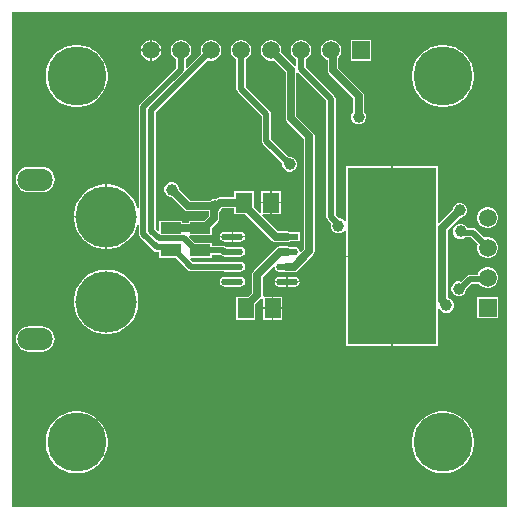
<source format=gbr>
%TF.GenerationSoftware,Altium Limited,Altium Designer,22.8.2 (66)*%
G04 Layer_Physical_Order=2*
G04 Layer_Color=16711680*
%FSLAX45Y45*%
%MOMM*%
%TF.SameCoordinates,C69CFF7D-580E-4D1C-BBFF-10AAE48A081B*%
%TF.FilePolarity,Positive*%
%TF.FileFunction,Copper,L2,Bot,Signal*%
%TF.Part,Single*%
G01*
G75*
%TA.AperFunction,SMDPad,CuDef*%
%ADD17R,1.40000X1.70000*%
%ADD19R,1.70000X1.00000*%
%TA.AperFunction,Conductor*%
%ADD20C,0.50800*%
%ADD21C,0.63500*%
%TA.AperFunction,ComponentPad*%
%ADD28C,1.50000*%
%ADD29R,1.50000X1.50000*%
%ADD30O,3.00000X1.90000*%
%ADD31C,5.20000*%
%TA.AperFunction,ViaPad*%
%ADD32C,5.00000*%
%TA.AperFunction,ComponentPad*%
%ADD33R,1.50000X1.50000*%
%TA.AperFunction,ViaPad*%
%ADD34C,1.00000*%
%ADD35C,0.60000*%
%TA.AperFunction,SMDPad,CuDef*%
%ADD36R,7.50000X15.00000*%
%ADD37R,1.87407X0.54213*%
G04:AMPARAMS|DCode=38|XSize=1.87407mm|YSize=0.54213mm|CornerRadius=0.27107mm|HoleSize=0mm|Usage=FLASHONLY|Rotation=180.000|XOffset=0mm|YOffset=0mm|HoleType=Round|Shape=RoundedRectangle|*
%AMROUNDEDRECTD38*
21,1,1.87407,0.00000,0,0,180.0*
21,1,1.33193,0.54213,0,0,180.0*
1,1,0.54213,-0.66597,0.00000*
1,1,0.54213,0.66597,0.00000*
1,1,0.54213,0.66597,0.00000*
1,1,0.54213,-0.66597,0.00000*
%
%ADD38ROUNDEDRECTD38*%
G36*
X2094609Y-2094609D02*
X-2094609D01*
Y2094609D01*
X2094609D01*
Y-2094609D01*
D02*
G37*
%LPC*%
G36*
X-909454Y1857700D02*
X-914650D01*
Y1776350D01*
X-833300D01*
Y1781546D01*
X-839277Y1803851D01*
X-850823Y1823849D01*
X-867151Y1840177D01*
X-887149Y1851723D01*
X-909454Y1857700D01*
D02*
G37*
G36*
X-927350D02*
X-932546D01*
X-954851Y1851723D01*
X-974849Y1840177D01*
X-991177Y1823849D01*
X-1002723Y1803851D01*
X-1008700Y1781546D01*
Y1776350D01*
X-927350D01*
Y1857700D01*
D02*
G37*
G36*
X944700D02*
X769300D01*
Y1682300D01*
X944700D01*
Y1857700D01*
D02*
G37*
G36*
X-833300Y1763650D02*
X-914650D01*
Y1682300D01*
X-909454D01*
X-887149Y1688277D01*
X-867151Y1699823D01*
X-850823Y1716151D01*
X-839277Y1736149D01*
X-833300Y1758454D01*
Y1763650D01*
D02*
G37*
G36*
X-927350D02*
X-1008700D01*
Y1758454D01*
X-1002723Y1736149D01*
X-991177Y1716151D01*
X-974849Y1699823D01*
X-954851Y1688277D01*
X-932546Y1682300D01*
X-927350D01*
Y1763650D01*
D02*
G37*
G36*
X360546Y1857700D02*
X337454D01*
X315149Y1851723D01*
X295151Y1840177D01*
X278823Y1823849D01*
X267277Y1803851D01*
X261300Y1781546D01*
Y1758454D01*
X267277Y1736149D01*
X278823Y1716151D01*
X295151Y1699823D01*
X310154Y1691161D01*
Y1635290D01*
X297454Y1631438D01*
X297047Y1632047D01*
X297046Y1632047D01*
X180151Y1748942D01*
X182700Y1758454D01*
Y1781546D01*
X176723Y1803851D01*
X165177Y1823849D01*
X148849Y1840177D01*
X128851Y1851723D01*
X106546Y1857700D01*
X83454D01*
X61149Y1851723D01*
X41151Y1840177D01*
X24823Y1823849D01*
X13277Y1803851D01*
X7300Y1781546D01*
Y1758454D01*
X13277Y1736149D01*
X24823Y1716151D01*
X41151Y1699823D01*
X61149Y1688277D01*
X83454Y1682300D01*
X106546D01*
X116058Y1684849D01*
X219679Y1581228D01*
Y1195000D01*
X223129Y1177656D01*
X232953Y1162953D01*
X374679Y1021227D01*
Y86356D01*
X350930Y62607D01*
X349170Y62736D01*
X337972Y67609D01*
X335700Y79032D01*
X326902Y92199D01*
X313735Y100997D01*
X298203Y104086D01*
X250872D01*
X248950Y105371D01*
X231607Y108821D01*
X174297D01*
X156953Y105371D01*
X150801Y101260D01*
X149478Y100997D01*
X136311Y92199D01*
X131093Y84389D01*
X-52047Y-98750D01*
X-61871Y-113453D01*
X-65321Y-130797D01*
Y-281928D01*
X-100693Y-317300D01*
X-202000D01*
Y-512700D01*
X-36600D01*
Y-381393D01*
X12046Y-332747D01*
X12047Y-332747D01*
X13900Y-329973D01*
X26600Y-333825D01*
Y-408650D01*
X102950D01*
Y-317300D01*
X34968D01*
X24361Y-305528D01*
X25321Y-300700D01*
X25321Y-300699D01*
Y-149569D01*
X112283Y-62607D01*
X114043Y-62736D01*
X125241Y-67609D01*
X127513Y-79032D01*
X136311Y-92199D01*
X149478Y-100997D01*
X165010Y-104086D01*
X212341D01*
X214263Y-105371D01*
X231607Y-108821D01*
X288917D01*
X306260Y-105371D01*
X312413Y-101260D01*
X313735Y-100997D01*
X326902Y-92199D01*
X332120Y-84390D01*
X452046Y35536D01*
X452047Y35537D01*
X461871Y50240D01*
X465321Y67583D01*
X465321Y67585D01*
Y1040000D01*
X461871Y1057344D01*
X452047Y1072047D01*
X310321Y1213773D01*
Y1577450D01*
X316922Y1581031D01*
X323021Y1582042D01*
X564154Y1340909D01*
Y360314D01*
X567111Y345448D01*
X575531Y332845D01*
X604820Y303556D01*
X602300Y297472D01*
Y272528D01*
X611846Y249484D01*
X629484Y231846D01*
X652528Y222300D01*
X677472D01*
X700517Y231846D01*
X718155Y249484D01*
X719600Y252973D01*
X732300Y250447D01*
Y31350D01*
X1113650D01*
Y787700D01*
X732300D01*
Y319553D01*
X719600Y317027D01*
X718155Y320517D01*
X700517Y338155D01*
X677472Y347700D01*
X670551D01*
X641847Y376404D01*
Y1357000D01*
X638890Y1371866D01*
X630469Y1384469D01*
X387847Y1627091D01*
Y1691161D01*
X402849Y1699823D01*
X419177Y1716151D01*
X430723Y1736149D01*
X436700Y1758454D01*
Y1781546D01*
X430723Y1803851D01*
X419177Y1823849D01*
X402849Y1840177D01*
X382851Y1851723D01*
X360546Y1857700D01*
D02*
G37*
G36*
X-401454D02*
X-424546D01*
X-446851Y1851723D01*
X-466849Y1840177D01*
X-483177Y1823849D01*
X-494723Y1803851D01*
X-500700Y1781546D01*
Y1758454D01*
X-496216Y1741721D01*
X-616420Y1621517D01*
X-628153Y1626377D01*
Y1691161D01*
X-613151Y1699823D01*
X-596823Y1716151D01*
X-585277Y1736149D01*
X-579300Y1758454D01*
Y1781546D01*
X-585277Y1803851D01*
X-596823Y1823849D01*
X-613151Y1840177D01*
X-633149Y1851723D01*
X-655454Y1857700D01*
X-678546D01*
X-700851Y1851723D01*
X-720849Y1840177D01*
X-737177Y1823849D01*
X-748723Y1803851D01*
X-754700Y1781546D01*
Y1758454D01*
X-748723Y1736149D01*
X-737177Y1716151D01*
X-720849Y1699823D01*
X-705846Y1691161D01*
Y1621893D01*
X-1012469Y1315271D01*
X-1020890Y1302668D01*
X-1023847Y1287802D01*
Y433661D01*
X-1036547Y431649D01*
X-1047279Y464681D01*
X-1066766Y502926D01*
X-1091996Y537652D01*
X-1122348Y568004D01*
X-1157074Y593234D01*
X-1195320Y612721D01*
X-1236143Y625985D01*
X-1278538Y632700D01*
X-1293650D01*
Y360000D01*
Y87300D01*
X-1278538D01*
X-1236143Y94015D01*
X-1195320Y107279D01*
X-1157074Y126766D01*
X-1122348Y151996D01*
X-1091996Y182348D01*
X-1066766Y217074D01*
X-1047279Y255320D01*
X-1036547Y288351D01*
X-1023847Y286340D01*
Y216316D01*
X-1020890Y201450D01*
X-1012469Y188847D01*
X-895753Y72131D01*
X-883150Y63711D01*
X-868284Y60753D01*
X-852700D01*
Y12300D01*
X-712237D01*
X-608969Y-90969D01*
X-596366Y-99389D01*
X-581500Y-102347D01*
X-306950D01*
X-298203Y-104086D01*
X-165010D01*
X-149478Y-100997D01*
X-136311Y-92199D01*
X-127513Y-79032D01*
X-124424Y-63500D01*
X-127513Y-47968D01*
X-136311Y-34801D01*
X-149478Y-26003D01*
X-165010Y-22914D01*
X-298203D01*
X-306950Y-24653D01*
X-565410D01*
X-590630Y567D01*
X-585769Y12300D01*
X-407300D01*
Y36153D01*
X-327806D01*
X-326902Y34801D01*
X-313735Y26003D01*
X-298203Y22914D01*
X-165010D01*
X-149478Y26003D01*
X-136311Y34801D01*
X-127513Y47968D01*
X-124424Y63500D01*
X-127513Y79032D01*
X-136311Y92199D01*
X-149478Y100997D01*
X-165010Y104086D01*
X-285580D01*
X-295761Y110889D01*
X-310627Y113846D01*
X-407300D01*
Y137700D01*
X-547763D01*
X-599663Y189600D01*
X-594402Y202300D01*
X-594335Y202300D01*
X-407300D01*
Y263607D01*
X-354937Y315970D01*
X-345113Y330673D01*
X-341663Y348016D01*
X-341663Y348018D01*
Y399666D01*
X-326846Y414484D01*
X-318480Y434679D01*
X-217000D01*
Y382300D01*
X-121393D01*
X102453Y158453D01*
X117156Y148629D01*
X134500Y145179D01*
X231607D01*
X248950Y148629D01*
X252039Y150693D01*
X338010D01*
Y230307D01*
X252039D01*
X248950Y232371D01*
X231607Y235821D01*
X153273D01*
X19493Y369600D01*
X24754Y382300D01*
X87950D01*
Y473650D01*
X11600D01*
Y395454D01*
X-1100Y390193D01*
X-50729Y439823D01*
Y441749D01*
X-50729Y441750D01*
X-51600Y446130D01*
Y577700D01*
X-217000D01*
Y525321D01*
X-340122D01*
X-340123Y525321D01*
X-357467Y521871D01*
X-371192Y512700D01*
X-392472D01*
X-415517Y503154D01*
X-423350Y495321D01*
X-586228D01*
X-682300Y591394D01*
Y602472D01*
X-691846Y625517D01*
X-709483Y643154D01*
X-732528Y652700D01*
X-757472D01*
X-780517Y643154D01*
X-798154Y625517D01*
X-807700Y602472D01*
Y577528D01*
X-798154Y554484D01*
X-780517Y536846D01*
X-757472Y527300D01*
X-746393D01*
X-637047Y417954D01*
X-637047Y417953D01*
X-622344Y408129D01*
X-605000Y404679D01*
X-604999Y404679D01*
X-432304D01*
Y366789D01*
X-471394Y327700D01*
X-602700D01*
Y310321D01*
X-657300D01*
Y327700D01*
X-852700D01*
Y245349D01*
X-864433Y240488D01*
X-881153Y257209D01*
Y1246909D01*
X-441279Y1686784D01*
X-424546Y1682300D01*
X-401454D01*
X-379149Y1688277D01*
X-359151Y1699823D01*
X-342823Y1716151D01*
X-331277Y1736149D01*
X-325300Y1758454D01*
Y1781546D01*
X-331277Y1803851D01*
X-342823Y1823849D01*
X-359151Y1840177D01*
X-379149Y1851723D01*
X-401454Y1857700D01*
D02*
G37*
G36*
X1570675Y1812700D02*
X1529325D01*
X1488484Y1806231D01*
X1449158Y1793454D01*
X1412315Y1774681D01*
X1378862Y1750376D01*
X1349624Y1721138D01*
X1325319Y1687685D01*
X1306546Y1650842D01*
X1293769Y1611516D01*
X1287300Y1570675D01*
Y1529325D01*
X1293769Y1488484D01*
X1306546Y1449158D01*
X1325319Y1412315D01*
X1349624Y1378862D01*
X1378862Y1349624D01*
X1412315Y1325319D01*
X1449158Y1306546D01*
X1488484Y1293769D01*
X1529325Y1287300D01*
X1570675D01*
X1611516Y1293769D01*
X1650842Y1306546D01*
X1687685Y1325319D01*
X1721138Y1349624D01*
X1750376Y1378862D01*
X1774681Y1412315D01*
X1793454Y1449158D01*
X1806231Y1488484D01*
X1812700Y1529325D01*
Y1570675D01*
X1806231Y1611516D01*
X1793454Y1650842D01*
X1774681Y1687685D01*
X1750376Y1721138D01*
X1721138Y1750376D01*
X1687685Y1774681D01*
X1650842Y1793454D01*
X1611516Y1806231D01*
X1570675Y1812700D01*
D02*
G37*
G36*
X-1529325D02*
X-1570675D01*
X-1611516Y1806231D01*
X-1650842Y1793454D01*
X-1687685Y1774681D01*
X-1721138Y1750376D01*
X-1750376Y1721138D01*
X-1774681Y1687685D01*
X-1793454Y1650842D01*
X-1806231Y1611516D01*
X-1812700Y1570675D01*
Y1529325D01*
X-1806231Y1488484D01*
X-1793454Y1449158D01*
X-1774681Y1412315D01*
X-1750376Y1378862D01*
X-1721138Y1349624D01*
X-1687685Y1325319D01*
X-1650842Y1306546D01*
X-1611516Y1293769D01*
X-1570675Y1287300D01*
X-1529325D01*
X-1488484Y1293769D01*
X-1449158Y1306546D01*
X-1412315Y1325319D01*
X-1378862Y1349624D01*
X-1349624Y1378862D01*
X-1325319Y1412315D01*
X-1306546Y1449158D01*
X-1293769Y1488484D01*
X-1287300Y1529325D01*
Y1570675D01*
X-1293769Y1611516D01*
X-1306546Y1650842D01*
X-1325319Y1687685D01*
X-1349624Y1721138D01*
X-1378862Y1750376D01*
X-1412315Y1774681D01*
X-1449158Y1793454D01*
X-1488484Y1806231D01*
X-1529325Y1812700D01*
D02*
G37*
G36*
X614546Y1857700D02*
X591454D01*
X569149Y1851723D01*
X549151Y1840177D01*
X532823Y1823849D01*
X521277Y1803851D01*
X515300Y1781546D01*
Y1758454D01*
X521277Y1736149D01*
X532823Y1716151D01*
X549151Y1699823D01*
X569149Y1688277D01*
X574230Y1686915D01*
Y1600449D01*
X577680Y1583105D01*
X587504Y1568402D01*
X791605Y1364301D01*
Y1248569D01*
X783772Y1240735D01*
X774226Y1217691D01*
Y1192747D01*
X783772Y1169702D01*
X801409Y1152064D01*
X824454Y1142519D01*
X849398D01*
X872443Y1152064D01*
X890080Y1169702D01*
X899626Y1192747D01*
Y1217691D01*
X890080Y1240735D01*
X882247Y1248569D01*
Y1383073D01*
X882247Y1383074D01*
X878797Y1400418D01*
X868973Y1415121D01*
X664872Y1619222D01*
Y1707845D01*
X673177Y1716151D01*
X684723Y1736149D01*
X690700Y1758454D01*
Y1781546D01*
X684723Y1803851D01*
X673177Y1823849D01*
X656849Y1840177D01*
X636851Y1851723D01*
X614546Y1857700D01*
D02*
G37*
G36*
X-147454D02*
X-170546D01*
X-192851Y1851723D01*
X-212849Y1840177D01*
X-229177Y1823849D01*
X-240723Y1803851D01*
X-246700Y1781546D01*
Y1758454D01*
X-240723Y1736149D01*
X-229177Y1716151D01*
X-212849Y1699823D01*
X-197846Y1691161D01*
Y1444000D01*
X-194889Y1429134D01*
X-186469Y1416531D01*
X16153Y1213909D01*
Y1005001D01*
X19110Y990135D01*
X27531Y977532D01*
X192300Y812763D01*
Y792528D01*
X201846Y769484D01*
X219484Y751846D01*
X242528Y742300D01*
X267472D01*
X290517Y751846D01*
X308155Y769484D01*
X317700Y792528D01*
Y817472D01*
X308155Y840517D01*
X290517Y858154D01*
X267472Y867700D01*
X247238D01*
X93846Y1021091D01*
Y1230000D01*
X90889Y1244866D01*
X82468Y1257469D01*
X-120153Y1460091D01*
Y1691161D01*
X-105151Y1699823D01*
X-88823Y1716151D01*
X-77277Y1736149D01*
X-71300Y1758454D01*
Y1781546D01*
X-77277Y1803851D01*
X-88823Y1823849D01*
X-105151Y1840177D01*
X-125149Y1851723D01*
X-147454Y1857700D01*
D02*
G37*
G36*
X-1845000Y783629D02*
X-1955000D01*
X-1983116Y779928D01*
X-2009315Y769076D01*
X-2031813Y751812D01*
X-2049076Y729315D01*
X-2059928Y703115D01*
X-2063630Y675000D01*
X-2059928Y646885D01*
X-2049076Y620685D01*
X-2031813Y598188D01*
X-2009315Y580924D01*
X-1983116Y570072D01*
X-1955000Y566371D01*
X-1845000D01*
X-1816885Y570072D01*
X-1790686Y580924D01*
X-1768188Y598188D01*
X-1750924Y620685D01*
X-1740072Y646885D01*
X-1736371Y675000D01*
X-1740072Y703115D01*
X-1750924Y729315D01*
X-1768188Y751812D01*
X-1790686Y769076D01*
X-1816885Y779928D01*
X-1845000Y783629D01*
D02*
G37*
G36*
X177000Y577700D02*
X100650D01*
Y486350D01*
X177000D01*
Y577700D01*
D02*
G37*
G36*
X87950D02*
X11600D01*
Y486350D01*
X87950D01*
Y577700D01*
D02*
G37*
G36*
X177000Y473650D02*
X100650D01*
Y382300D01*
X177000D01*
Y473650D01*
D02*
G37*
G36*
X-1306350Y632700D02*
X-1321462D01*
X-1363858Y625985D01*
X-1404681Y612721D01*
X-1442926Y593234D01*
X-1477652Y568004D01*
X-1508004Y537652D01*
X-1533234Y502926D01*
X-1552721Y464681D01*
X-1565985Y423857D01*
X-1572700Y381462D01*
Y366350D01*
X-1306350D01*
Y632700D01*
D02*
G37*
G36*
X1941546Y440700D02*
X1918454D01*
X1896149Y434723D01*
X1876151Y423177D01*
X1859823Y406849D01*
X1848277Y386851D01*
X1842300Y364546D01*
Y341454D01*
X1848277Y319149D01*
X1859823Y299151D01*
X1876151Y282823D01*
X1896149Y271277D01*
X1918454Y265300D01*
X1941546D01*
X1963851Y271277D01*
X1983849Y282823D01*
X2000177Y299151D01*
X2011723Y319149D01*
X2017700Y341454D01*
Y364546D01*
X2011723Y386851D01*
X2000177Y406849D01*
X1983849Y423177D01*
X1963851Y434723D01*
X1941546Y440700D01*
D02*
G37*
G36*
X-165010Y231086D02*
X-225257D01*
Y196850D01*
X-125687D01*
X-127513Y206032D01*
X-136311Y219199D01*
X-149478Y227997D01*
X-165010Y231086D01*
D02*
G37*
G36*
X-237957D02*
X-298203D01*
X-313735Y227997D01*
X-326902Y219199D01*
X-335700Y206032D01*
X-337526Y196850D01*
X-237957D01*
Y231086D01*
D02*
G37*
G36*
X-125687Y184150D02*
X-225257D01*
Y149914D01*
X-165010D01*
X-149478Y153003D01*
X-136311Y161801D01*
X-127513Y174968D01*
X-125687Y184150D01*
D02*
G37*
G36*
X-237957D02*
X-337526D01*
X-335700Y174968D01*
X-326902Y161801D01*
X-313735Y153003D01*
X-298203Y149914D01*
X-237957D01*
Y184150D01*
D02*
G37*
G36*
X-1306350Y353650D02*
X-1572700D01*
Y338538D01*
X-1565985Y296143D01*
X-1552721Y255320D01*
X-1533234Y217074D01*
X-1508004Y182348D01*
X-1477652Y151996D01*
X-1442926Y126766D01*
X-1404681Y107279D01*
X-1363858Y94015D01*
X-1321462Y87300D01*
X-1306350D01*
Y353650D01*
D02*
G37*
G36*
X1712472Y297700D02*
X1687528D01*
X1664483Y288154D01*
X1646846Y270517D01*
X1637300Y247472D01*
Y222528D01*
X1646846Y199483D01*
X1664483Y181846D01*
X1687528Y172300D01*
X1712472D01*
X1735516Y181846D01*
X1740410Y186740D01*
X1787323D01*
X1846784Y127279D01*
X1842300Y110546D01*
Y87454D01*
X1848277Y65149D01*
X1859823Y45151D01*
X1876151Y28823D01*
X1896149Y17277D01*
X1918454Y11300D01*
X1941546D01*
X1963851Y17277D01*
X1983849Y28823D01*
X2000177Y45151D01*
X2011723Y65149D01*
X2017700Y87454D01*
Y110546D01*
X2011723Y132851D01*
X2000177Y152849D01*
X1983849Y169177D01*
X1963851Y180723D01*
X1941546Y186700D01*
X1918454D01*
X1901721Y182216D01*
X1830883Y253055D01*
X1818280Y261475D01*
X1803414Y264433D01*
X1755674D01*
X1753154Y270517D01*
X1735516Y288154D01*
X1712472Y297700D01*
D02*
G37*
G36*
X298203Y-149914D02*
X237957D01*
Y-184150D01*
X337526D01*
X335700Y-174968D01*
X326902Y-161801D01*
X313735Y-153003D01*
X298203Y-149914D01*
D02*
G37*
G36*
X225257D02*
X165010D01*
X149478Y-153003D01*
X136311Y-161801D01*
X127513Y-174968D01*
X125687Y-184150D01*
X225257D01*
Y-149914D01*
D02*
G37*
G36*
X1941546Y-67300D02*
X1918454D01*
X1896149Y-73277D01*
X1876151Y-84823D01*
X1859823Y-101151D01*
X1848277Y-121149D01*
X1845726Y-130667D01*
X1778800D01*
X1763934Y-133624D01*
X1751331Y-142045D01*
X1703556Y-189820D01*
X1697472Y-187300D01*
X1672528D01*
X1649483Y-196846D01*
X1631846Y-214483D01*
X1622300Y-237528D01*
Y-262472D01*
X1631846Y-285517D01*
X1649483Y-303154D01*
X1672528Y-312700D01*
X1697472D01*
X1720516Y-303154D01*
X1738154Y-285517D01*
X1747700Y-262472D01*
Y-255551D01*
X1794890Y-208360D01*
X1859541D01*
X1859823Y-208849D01*
X1876151Y-225177D01*
X1896149Y-236723D01*
X1918454Y-242700D01*
X1941546D01*
X1963851Y-236723D01*
X1983849Y-225177D01*
X2000177Y-208849D01*
X2011723Y-188851D01*
X2017700Y-166546D01*
Y-143454D01*
X2011723Y-121149D01*
X2000177Y-101151D01*
X1983849Y-84823D01*
X1963851Y-73277D01*
X1941546Y-67300D01*
D02*
G37*
G36*
X337526Y-196850D02*
X237957D01*
Y-231086D01*
X298203D01*
X313735Y-227997D01*
X326902Y-219199D01*
X335700Y-206032D01*
X337526Y-196850D01*
D02*
G37*
G36*
X225257D02*
X125687D01*
X127513Y-206032D01*
X136311Y-219199D01*
X149478Y-227997D01*
X165010Y-231086D01*
X225257D01*
Y-196850D01*
D02*
G37*
G36*
X-165010Y-149914D02*
X-298203D01*
X-313735Y-153003D01*
X-326902Y-161801D01*
X-335700Y-174968D01*
X-338790Y-190500D01*
X-335700Y-206032D01*
X-326902Y-219199D01*
X-313735Y-227997D01*
X-298203Y-231086D01*
X-165010D01*
X-149478Y-227997D01*
X-136311Y-219199D01*
X-127513Y-206032D01*
X-124424Y-190500D01*
X-127513Y-174968D01*
X-136311Y-161801D01*
X-149478Y-153003D01*
X-165010Y-149914D01*
D02*
G37*
G36*
X192000Y-317300D02*
X115650D01*
Y-408650D01*
X192000D01*
Y-317300D01*
D02*
G37*
G36*
X1507700Y787700D02*
X1126350D01*
Y25000D01*
Y-737700D01*
X1507700D01*
Y-412483D01*
X1520400Y-409957D01*
X1526846Y-425517D01*
X1544483Y-443155D01*
X1567528Y-452700D01*
X1592472D01*
X1615516Y-443155D01*
X1633154Y-425517D01*
X1642700Y-402472D01*
Y-377528D01*
X1633154Y-354484D01*
X1615516Y-336846D01*
X1592472Y-327300D01*
X1591270D01*
X1590871Y-326901D01*
Y246777D01*
X1696393Y352300D01*
X1707472D01*
X1730516Y361846D01*
X1748154Y379483D01*
X1757700Y402528D01*
Y427472D01*
X1748154Y450516D01*
X1730516Y468154D01*
X1707472Y477700D01*
X1682528D01*
X1659483Y468154D01*
X1641846Y450516D01*
X1632300Y427472D01*
Y416393D01*
X1520400Y304493D01*
X1507700Y309754D01*
Y787700D01*
D02*
G37*
G36*
X2017700Y-321300D02*
X1842300D01*
Y-496700D01*
X2017700D01*
Y-321300D01*
D02*
G37*
G36*
X192000Y-421350D02*
X115650D01*
Y-512700D01*
X192000D01*
Y-421350D01*
D02*
G37*
G36*
X102950D02*
X26600D01*
Y-512700D01*
X102950D01*
Y-421350D01*
D02*
G37*
G36*
X-1278538Y-87300D02*
X-1321462D01*
X-1363858Y-94015D01*
X-1404681Y-107279D01*
X-1442926Y-126766D01*
X-1477652Y-151996D01*
X-1508004Y-182348D01*
X-1533234Y-217074D01*
X-1552721Y-255320D01*
X-1565985Y-296143D01*
X-1572700Y-338538D01*
Y-381462D01*
X-1565985Y-423857D01*
X-1552721Y-464681D01*
X-1533234Y-502926D01*
X-1508004Y-537652D01*
X-1477652Y-568004D01*
X-1442926Y-593234D01*
X-1404681Y-612721D01*
X-1363858Y-625985D01*
X-1321462Y-632700D01*
X-1278538D01*
X-1236143Y-625985D01*
X-1195320Y-612721D01*
X-1157074Y-593234D01*
X-1122348Y-568004D01*
X-1091996Y-537652D01*
X-1066766Y-502926D01*
X-1047279Y-464681D01*
X-1034015Y-423857D01*
X-1027300Y-381462D01*
Y-338538D01*
X-1034015Y-296143D01*
X-1047279Y-255320D01*
X-1066766Y-217074D01*
X-1091996Y-182348D01*
X-1122348Y-151996D01*
X-1157074Y-126766D01*
X-1195320Y-107279D01*
X-1236143Y-94015D01*
X-1278538Y-87300D01*
D02*
G37*
G36*
X1113650Y18650D02*
X732300D01*
Y-737700D01*
X1113650D01*
Y18650D01*
D02*
G37*
G36*
X-1845000Y-566371D02*
X-1955000D01*
X-1983116Y-570072D01*
X-2009315Y-580924D01*
X-2031813Y-598188D01*
X-2049076Y-620685D01*
X-2059928Y-646885D01*
X-2063630Y-675000D01*
X-2059928Y-703115D01*
X-2049076Y-729315D01*
X-2031813Y-751812D01*
X-2009315Y-769076D01*
X-1983116Y-779928D01*
X-1955000Y-783629D01*
X-1845000D01*
X-1816885Y-779928D01*
X-1790686Y-769076D01*
X-1768188Y-751812D01*
X-1750924Y-729315D01*
X-1740072Y-703115D01*
X-1736371Y-675000D01*
X-1740072Y-646885D01*
X-1750924Y-620685D01*
X-1768188Y-598188D01*
X-1790686Y-580924D01*
X-1816885Y-570072D01*
X-1845000Y-566371D01*
D02*
G37*
G36*
X1570675Y-1287300D02*
X1529325D01*
X1488484Y-1293769D01*
X1449158Y-1306546D01*
X1412315Y-1325319D01*
X1378862Y-1349624D01*
X1349624Y-1378862D01*
X1325319Y-1412315D01*
X1306546Y-1449158D01*
X1293769Y-1488484D01*
X1287300Y-1529325D01*
Y-1570675D01*
X1293769Y-1611516D01*
X1306546Y-1650842D01*
X1325319Y-1687685D01*
X1349624Y-1721138D01*
X1378862Y-1750376D01*
X1412315Y-1774681D01*
X1449158Y-1793454D01*
X1488484Y-1806231D01*
X1529325Y-1812700D01*
X1570675D01*
X1611516Y-1806231D01*
X1650842Y-1793454D01*
X1687685Y-1774681D01*
X1721138Y-1750376D01*
X1750376Y-1721138D01*
X1774681Y-1687685D01*
X1793454Y-1650842D01*
X1806231Y-1611516D01*
X1812700Y-1570675D01*
Y-1529325D01*
X1806231Y-1488484D01*
X1793454Y-1449158D01*
X1774681Y-1412315D01*
X1750376Y-1378862D01*
X1721138Y-1349624D01*
X1687685Y-1325319D01*
X1650842Y-1306546D01*
X1611516Y-1293769D01*
X1570675Y-1287300D01*
D02*
G37*
G36*
X-1529325D02*
X-1570675D01*
X-1611516Y-1293769D01*
X-1650842Y-1306546D01*
X-1687685Y-1325319D01*
X-1721138Y-1349624D01*
X-1750376Y-1378862D01*
X-1774681Y-1412315D01*
X-1793454Y-1449158D01*
X-1806231Y-1488484D01*
X-1812700Y-1529325D01*
Y-1570675D01*
X-1806231Y-1611516D01*
X-1793454Y-1650842D01*
X-1774681Y-1687685D01*
X-1750376Y-1721138D01*
X-1721138Y-1750376D01*
X-1687685Y-1774681D01*
X-1650842Y-1793454D01*
X-1611516Y-1806231D01*
X-1570675Y-1812700D01*
X-1529325D01*
X-1488484Y-1806231D01*
X-1449158Y-1793454D01*
X-1412315Y-1774681D01*
X-1378862Y-1750376D01*
X-1349624Y-1721138D01*
X-1325319Y-1687685D01*
X-1306546Y-1650842D01*
X-1293769Y-1611516D01*
X-1287300Y-1570675D01*
Y-1529325D01*
X-1293769Y-1488484D01*
X-1306546Y-1449158D01*
X-1325319Y-1412315D01*
X-1349624Y-1378862D01*
X-1378862Y-1349624D01*
X-1412315Y-1325319D01*
X-1449158Y-1306546D01*
X-1488484Y-1293769D01*
X-1529325Y-1287300D01*
D02*
G37*
%LPD*%
D17*
X94300Y480000D02*
D03*
X-134300D02*
D03*
X109300Y-415000D02*
D03*
X-119300D02*
D03*
D19*
X-505000Y265000D02*
D03*
Y75000D02*
D03*
X-755000Y265000D02*
D03*
Y75000D02*
D03*
D20*
X1700000Y235000D02*
X1709414Y225586D01*
X1803414D02*
X1930000Y99000D01*
X1709414Y225586D02*
X1803414D01*
X1685000Y-250000D02*
X1698313D01*
X1778800Y-169514D02*
X1915486D01*
X1930000Y-155000D01*
X1698313Y-250000D02*
X1778800Y-169514D01*
X603000Y360314D02*
Y1357000D01*
Y360314D02*
X665000Y298314D01*
Y285000D02*
Y298314D01*
X349000Y1611000D02*
X603000Y1357000D01*
X349000Y1611000D02*
Y1770000D01*
X-159000Y1444000D02*
X55000Y1230000D01*
X-159000Y1444000D02*
Y1770000D01*
X55000Y1005001D02*
Y1230000D01*
Y1005001D02*
X255000Y805000D01*
X-920000Y241118D02*
Y1263000D01*
Y241118D02*
X-855782Y176900D01*
X-920000Y1263000D02*
X-413000Y1770000D01*
X-985000Y216316D02*
Y1287802D01*
Y216316D02*
X-868284Y99600D01*
X-985000Y1287802D02*
X-667000Y1605802D01*
X-868284Y99600D02*
X-779600D01*
X-755000Y75000D01*
X-667000Y1605802D02*
Y1770000D01*
X-855782Y176900D02*
X-641900D01*
X-540000Y75000D01*
X-505000D01*
X-310627D02*
X-299127Y63500D01*
X-231607D01*
X-505000Y75000D02*
X-310627D01*
X-720000D02*
X-581500Y-63500D01*
X-231607D01*
X-755000Y75000D02*
X-720000D01*
D21*
X1580000Y-390000D02*
Y-380123D01*
X1545550Y-345673D02*
X1580000Y-380123D01*
X1545550Y-345673D02*
Y265550D01*
X1695000Y415000D01*
X603000Y1770000D02*
X619551Y1753449D01*
Y1600449D02*
Y1753449D01*
Y1600449D02*
X836926Y1383074D01*
Y1205219D02*
Y1383074D01*
X-745000Y590000D02*
X-605000Y450000D01*
X-380000D01*
X-755000Y265000D02*
X-505000D01*
X-470000D02*
X-386984Y348016D01*
Y443016D01*
X-340123Y480000D02*
X-134300D01*
X-96050Y421050D02*
X134500Y190500D01*
X231607D01*
X265000Y1195000D02*
Y1600000D01*
X95000Y1770000D02*
X265000Y1600000D01*
Y1195000D02*
X420000Y1040000D01*
Y67583D02*
Y1040000D01*
X288917Y-63500D02*
X420000Y67583D01*
X231607Y-63500D02*
X288917D01*
X-20000Y-130797D02*
X174297Y63500D01*
X231607D01*
X-20000Y-300700D02*
Y-130797D01*
X-119300Y-415000D02*
Y-400000D01*
X-20000Y-300700D01*
X-96050Y421050D02*
Y441750D01*
X-134300Y480000D02*
X-96050Y441750D01*
X-370123Y450000D02*
X-340123Y480000D01*
X-380000Y450000D02*
X-370123D01*
X-386984Y443016D02*
X-380000Y450000D01*
X-505000Y265000D02*
X-470000D01*
D28*
X-921000Y1770000D02*
D03*
X-667000D02*
D03*
X-413000D02*
D03*
X-159000D02*
D03*
X95000D02*
D03*
X349000D02*
D03*
X603000D02*
D03*
X1930000Y353000D02*
D03*
Y99000D02*
D03*
Y-155000D02*
D03*
D29*
X857000Y1770000D02*
D03*
D30*
X-1900000Y675000D02*
D03*
Y-675000D02*
D03*
D31*
X-1300000Y360000D02*
D03*
Y-360000D02*
D03*
D32*
X1550000Y1550000D02*
D03*
X-1550000D02*
D03*
X1550000Y-1550000D02*
D03*
X-1550000D02*
D03*
D33*
X1930000Y-409000D02*
D03*
D34*
X172667Y-1212775D02*
D03*
X71708Y-1361489D02*
D03*
X252667Y-1367775D02*
D03*
X-1233715Y-1063526D02*
D03*
X-1334674Y-1212241D02*
D03*
X-1153715Y-1218527D02*
D03*
X-1859412Y1244088D02*
D03*
X-1960370Y1095374D02*
D03*
X-1779411Y1089088D02*
D03*
X750000Y-1225000D02*
D03*
X649042Y-1373715D02*
D03*
X830000Y-1380001D02*
D03*
X1700000Y235000D02*
D03*
X1685000Y-250000D02*
D03*
X1580000Y-390000D02*
D03*
X-105000Y-1070000D02*
D03*
X1429612Y959247D02*
D03*
X-322173Y670471D02*
D03*
X-155000Y1140000D02*
D03*
X1639473Y-580627D02*
D03*
X1695000Y415000D02*
D03*
X-185000Y800000D02*
D03*
X660000Y-75000D02*
D03*
X-600000Y1150000D02*
D03*
X-750000Y1015000D02*
D03*
X-785000Y1200000D02*
D03*
X1904037Y1976155D02*
D03*
X1819037Y1861155D02*
D03*
X1979951Y1844141D02*
D03*
X-1217243Y1934950D02*
D03*
X-1302244Y1819950D02*
D03*
X-1141329Y1802935D02*
D03*
X-1248147Y1136603D02*
D03*
X-1333147Y1021603D02*
D03*
X-1172233Y1004588D02*
D03*
X-1965000Y-1645000D02*
D03*
X-1995000Y-1420000D02*
D03*
X-1830000Y-1795000D02*
D03*
X-1815000Y75000D02*
D03*
X-1900000Y-40000D02*
D03*
X-1739086Y-57015D02*
D03*
X1690000Y-895000D02*
D03*
X1605000Y-1010000D02*
D03*
X1765914Y-1027015D02*
D03*
X-735000Y-1415000D02*
D03*
X-820000Y-1530000D02*
D03*
X-659086Y-1547015D02*
D03*
X46059Y-1749076D02*
D03*
X-106762Y-1754736D02*
D03*
X-16202Y-1613235D02*
D03*
X900000Y-1860000D02*
D03*
X719041Y-1853714D02*
D03*
X820000Y-1705000D02*
D03*
X836926Y1205219D02*
D03*
X1700000Y725000D02*
D03*
X-745000Y590000D02*
D03*
X815000Y1040000D02*
D03*
X820000Y570000D02*
D03*
X255000Y805000D02*
D03*
X665000Y285000D02*
D03*
X-380000Y450000D02*
D03*
D35*
X1007500Y-212500D02*
D03*
Y227500D02*
D03*
X1117500D02*
D03*
X1227500D02*
D03*
X1007500Y117500D02*
D03*
X1117500D02*
D03*
X1227500D02*
D03*
X1007500Y7500D02*
D03*
X1117500D02*
D03*
X1227500D02*
D03*
X1007500Y-102500D02*
D03*
X1117500D02*
D03*
X1227500D02*
D03*
X1117500Y-212500D02*
D03*
X1227500D02*
D03*
D36*
X1120000Y25000D02*
D03*
D37*
X231607Y190500D02*
D03*
D38*
Y63500D02*
D03*
Y-63500D02*
D03*
Y-190500D02*
D03*
X-231607D02*
D03*
Y-63500D02*
D03*
Y63500D02*
D03*
Y190500D02*
D03*
%TF.MD5,388cc7859adc554bd4fc508a11a6689a*%
M02*

</source>
